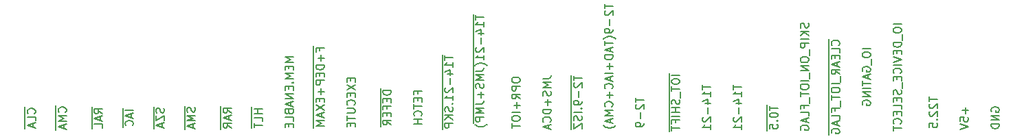
<source format=gbr>
G04 #@! TF.GenerationSoftware,KiCad,Pcbnew,(6.0.4-0)*
G04 #@! TF.CreationDate,2024-04-14T15:18:29+10:00*
G04 #@! TF.ProjectId,educ 8 decoder,65647563-2038-4206-9465-636f6465722e,rev?*
G04 #@! TF.SameCoordinates,Original*
G04 #@! TF.FileFunction,Legend,Bot*
G04 #@! TF.FilePolarity,Positive*
%FSLAX46Y46*%
G04 Gerber Fmt 4.6, Leading zero omitted, Abs format (unit mm)*
G04 Created by KiCad (PCBNEW (6.0.4-0)) date 2024-04-14 15:18:29*
%MOMM*%
%LPD*%
G01*
G04 APERTURE LIST*
%ADD10C,0.150000*%
G04 APERTURE END LIST*
D10*
X233602380Y-231950476D02*
X233602380Y-232521904D01*
X234602380Y-232236190D02*
X233602380Y-232236190D01*
X234602380Y-233379047D02*
X234602380Y-232807619D01*
X234602380Y-233093333D02*
X233602380Y-233093333D01*
X233745238Y-232998095D01*
X233840476Y-232902857D01*
X233888095Y-232807619D01*
X233935714Y-234236190D02*
X234602380Y-234236190D01*
X233554761Y-233998095D02*
X234269047Y-233760000D01*
X234269047Y-234379047D01*
X234221428Y-234760000D02*
X234221428Y-235521904D01*
X233697619Y-235950476D02*
X233650000Y-235998095D01*
X233602380Y-236093333D01*
X233602380Y-236331428D01*
X233650000Y-236426666D01*
X233697619Y-236474285D01*
X233792857Y-236521904D01*
X233888095Y-236521904D01*
X234030952Y-236474285D01*
X234602380Y-235902857D01*
X234602380Y-236521904D01*
X234602380Y-237474285D02*
X234602380Y-236902857D01*
X234602380Y-237188571D02*
X233602380Y-237188571D01*
X233745238Y-237093333D01*
X233840476Y-236998095D01*
X233888095Y-236902857D01*
X158390000Y-234863333D02*
X158390000Y-235339523D01*
X159672380Y-235101428D02*
X158672380Y-235101428D01*
X158390000Y-235339523D02*
X158390000Y-236196666D01*
X159386666Y-235530000D02*
X159386666Y-236006190D01*
X159672380Y-235434761D02*
X158672380Y-235768095D01*
X159672380Y-236101428D01*
X158390000Y-236196666D02*
X158390000Y-237196666D01*
X159577142Y-237006190D02*
X159624761Y-236958571D01*
X159672380Y-236815714D01*
X159672380Y-236720476D01*
X159624761Y-236577619D01*
X159529523Y-236482380D01*
X159434285Y-236434761D01*
X159243809Y-236387142D01*
X159100952Y-236387142D01*
X158910476Y-236434761D01*
X158815238Y-236482380D01*
X158720000Y-236577619D01*
X158672380Y-236720476D01*
X158672380Y-236815714D01*
X158720000Y-236958571D01*
X158767619Y-237006190D01*
X174265000Y-234720476D02*
X174265000Y-235768095D01*
X175547380Y-234958571D02*
X174547380Y-234958571D01*
X175023571Y-234958571D02*
X175023571Y-235530000D01*
X175547380Y-235530000D02*
X174547380Y-235530000D01*
X174265000Y-235768095D02*
X174265000Y-236577619D01*
X175547380Y-236482380D02*
X175547380Y-236006190D01*
X174547380Y-236006190D01*
X174265000Y-236577619D02*
X174265000Y-237339523D01*
X174547380Y-236672857D02*
X174547380Y-237244285D01*
X175547380Y-236958571D02*
X174547380Y-236958571D01*
X186453571Y-231125000D02*
X186453571Y-231458333D01*
X186977380Y-231601190D02*
X186977380Y-231125000D01*
X185977380Y-231125000D01*
X185977380Y-231601190D01*
X185977380Y-231934523D02*
X186977380Y-232601190D01*
X185977380Y-232601190D02*
X186977380Y-231934523D01*
X186453571Y-232982142D02*
X186453571Y-233315476D01*
X186977380Y-233458333D02*
X186977380Y-232982142D01*
X185977380Y-232982142D01*
X185977380Y-233458333D01*
X186882142Y-234458333D02*
X186929761Y-234410714D01*
X186977380Y-234267857D01*
X186977380Y-234172619D01*
X186929761Y-234029761D01*
X186834523Y-233934523D01*
X186739285Y-233886904D01*
X186548809Y-233839285D01*
X186405952Y-233839285D01*
X186215476Y-233886904D01*
X186120238Y-233934523D01*
X186025000Y-234029761D01*
X185977380Y-234172619D01*
X185977380Y-234267857D01*
X186025000Y-234410714D01*
X186072619Y-234458333D01*
X185977380Y-234886904D02*
X186786904Y-234886904D01*
X186882142Y-234934523D01*
X186929761Y-234982142D01*
X186977380Y-235077380D01*
X186977380Y-235267857D01*
X186929761Y-235363095D01*
X186882142Y-235410714D01*
X186786904Y-235458333D01*
X185977380Y-235458333D01*
X185977380Y-235791666D02*
X185977380Y-236363095D01*
X186977380Y-236077380D02*
X185977380Y-236077380D01*
X186453571Y-236696428D02*
X186453571Y-237029761D01*
X186977380Y-237172619D02*
X186977380Y-236696428D01*
X185977380Y-236696428D01*
X185977380Y-237172619D01*
X162200000Y-234649047D02*
X162200000Y-235601428D01*
X163434761Y-234839523D02*
X163482380Y-234982380D01*
X163482380Y-235220476D01*
X163434761Y-235315714D01*
X163387142Y-235363333D01*
X163291904Y-235410952D01*
X163196666Y-235410952D01*
X163101428Y-235363333D01*
X163053809Y-235315714D01*
X163006190Y-235220476D01*
X162958571Y-235030000D01*
X162910952Y-234934761D01*
X162863333Y-234887142D01*
X162768095Y-234839523D01*
X162672857Y-234839523D01*
X162577619Y-234887142D01*
X162530000Y-234934761D01*
X162482380Y-235030000D01*
X162482380Y-235268095D01*
X162530000Y-235410952D01*
X162200000Y-235601428D02*
X162200000Y-236553809D01*
X162482380Y-235744285D02*
X162482380Y-236410952D01*
X163482380Y-235744285D01*
X163482380Y-236410952D01*
X162200000Y-236553809D02*
X162200000Y-237410952D01*
X163196666Y-236744285D02*
X163196666Y-237220476D01*
X163482380Y-236649047D02*
X162482380Y-236982380D01*
X163482380Y-237315714D01*
X229792380Y-231950476D02*
X229792380Y-232521904D01*
X230792380Y-232236190D02*
X229792380Y-232236190D01*
X230792380Y-233379047D02*
X230792380Y-232807619D01*
X230792380Y-233093333D02*
X229792380Y-233093333D01*
X229935238Y-232998095D01*
X230030476Y-232902857D01*
X230078095Y-232807619D01*
X230125714Y-234236190D02*
X230792380Y-234236190D01*
X229744761Y-233998095D02*
X230459047Y-233760000D01*
X230459047Y-234379047D01*
X230411428Y-234760000D02*
X230411428Y-235521904D01*
X229887619Y-235950476D02*
X229840000Y-235998095D01*
X229792380Y-236093333D01*
X229792380Y-236331428D01*
X229840000Y-236426666D01*
X229887619Y-236474285D01*
X229982857Y-236521904D01*
X230078095Y-236521904D01*
X230220952Y-236474285D01*
X230792380Y-235902857D01*
X230792380Y-236521904D01*
X230792380Y-237474285D02*
X230792380Y-236902857D01*
X230792380Y-237188571D02*
X229792380Y-237188571D01*
X229935238Y-237093333D01*
X230030476Y-236998095D01*
X230078095Y-236902857D01*
X146325000Y-234696666D02*
X146325000Y-235696666D01*
X147512142Y-235506190D02*
X147559761Y-235458571D01*
X147607380Y-235315714D01*
X147607380Y-235220476D01*
X147559761Y-235077619D01*
X147464523Y-234982380D01*
X147369285Y-234934761D01*
X147178809Y-234887142D01*
X147035952Y-234887142D01*
X146845476Y-234934761D01*
X146750238Y-234982380D01*
X146655000Y-235077619D01*
X146607380Y-235220476D01*
X146607380Y-235315714D01*
X146655000Y-235458571D01*
X146702619Y-235506190D01*
X146325000Y-235696666D02*
X146325000Y-236506190D01*
X147607380Y-236410952D02*
X147607380Y-235934761D01*
X146607380Y-235934761D01*
X146325000Y-236506190D02*
X146325000Y-237363333D01*
X147321666Y-236696666D02*
X147321666Y-237172857D01*
X147607380Y-236601428D02*
X146607380Y-236934761D01*
X147607380Y-237268095D01*
X254287380Y-224426190D02*
X253287380Y-224426190D01*
X253287380Y-225092857D02*
X253287380Y-225283333D01*
X253335000Y-225378571D01*
X253430238Y-225473809D01*
X253620714Y-225521428D01*
X253954047Y-225521428D01*
X254144523Y-225473809D01*
X254239761Y-225378571D01*
X254287380Y-225283333D01*
X254287380Y-225092857D01*
X254239761Y-224997619D01*
X254144523Y-224902380D01*
X253954047Y-224854761D01*
X253620714Y-224854761D01*
X253430238Y-224902380D01*
X253335000Y-224997619D01*
X253287380Y-225092857D01*
X254382619Y-225711904D02*
X254382619Y-226473809D01*
X254287380Y-226711904D02*
X253287380Y-226711904D01*
X253287380Y-226950000D01*
X253335000Y-227092857D01*
X253430238Y-227188095D01*
X253525476Y-227235714D01*
X253715952Y-227283333D01*
X253858809Y-227283333D01*
X254049285Y-227235714D01*
X254144523Y-227188095D01*
X254239761Y-227092857D01*
X254287380Y-226950000D01*
X254287380Y-226711904D01*
X253763571Y-227711904D02*
X253763571Y-228045238D01*
X254287380Y-228188095D02*
X254287380Y-227711904D01*
X253287380Y-227711904D01*
X253287380Y-228188095D01*
X253287380Y-228473809D02*
X254287380Y-228807142D01*
X253287380Y-229140476D01*
X254287380Y-229473809D02*
X253287380Y-229473809D01*
X254192142Y-230521428D02*
X254239761Y-230473809D01*
X254287380Y-230330952D01*
X254287380Y-230235714D01*
X254239761Y-230092857D01*
X254144523Y-229997619D01*
X254049285Y-229950000D01*
X253858809Y-229902380D01*
X253715952Y-229902380D01*
X253525476Y-229950000D01*
X253430238Y-229997619D01*
X253335000Y-230092857D01*
X253287380Y-230235714D01*
X253287380Y-230330952D01*
X253335000Y-230473809D01*
X253382619Y-230521428D01*
X253763571Y-230950000D02*
X253763571Y-231283333D01*
X254287380Y-231426190D02*
X254287380Y-230950000D01*
X253287380Y-230950000D01*
X253287380Y-231426190D01*
X254382619Y-231616666D02*
X254382619Y-232378571D01*
X254239761Y-232569047D02*
X254287380Y-232711904D01*
X254287380Y-232950000D01*
X254239761Y-233045238D01*
X254192142Y-233092857D01*
X254096904Y-233140476D01*
X254001666Y-233140476D01*
X253906428Y-233092857D01*
X253858809Y-233045238D01*
X253811190Y-232950000D01*
X253763571Y-232759523D01*
X253715952Y-232664285D01*
X253668333Y-232616666D01*
X253573095Y-232569047D01*
X253477857Y-232569047D01*
X253382619Y-232616666D01*
X253335000Y-232664285D01*
X253287380Y-232759523D01*
X253287380Y-232997619D01*
X253335000Y-233140476D01*
X253763571Y-233569047D02*
X253763571Y-233902380D01*
X254287380Y-234045238D02*
X254287380Y-233569047D01*
X253287380Y-233569047D01*
X253287380Y-234045238D01*
X254287380Y-234950000D02*
X254287380Y-234473809D01*
X253287380Y-234473809D01*
X253763571Y-235283333D02*
X253763571Y-235616666D01*
X254287380Y-235759523D02*
X254287380Y-235283333D01*
X253287380Y-235283333D01*
X253287380Y-235759523D01*
X254192142Y-236759523D02*
X254239761Y-236711904D01*
X254287380Y-236569047D01*
X254287380Y-236473809D01*
X254239761Y-236330952D01*
X254144523Y-236235714D01*
X254049285Y-236188095D01*
X253858809Y-236140476D01*
X253715952Y-236140476D01*
X253525476Y-236188095D01*
X253430238Y-236235714D01*
X253335000Y-236330952D01*
X253287380Y-236473809D01*
X253287380Y-236569047D01*
X253335000Y-236711904D01*
X253382619Y-236759523D01*
X253287380Y-237045238D02*
X253287380Y-237616666D01*
X254287380Y-237330952D02*
X253287380Y-237330952D01*
X221537380Y-233537857D02*
X221537380Y-234109285D01*
X222537380Y-233823571D02*
X221537380Y-233823571D01*
X221632619Y-234395000D02*
X221585000Y-234442619D01*
X221537380Y-234537857D01*
X221537380Y-234775952D01*
X221585000Y-234871190D01*
X221632619Y-234918809D01*
X221727857Y-234966428D01*
X221823095Y-234966428D01*
X221965952Y-234918809D01*
X222537380Y-234347380D01*
X222537380Y-234966428D01*
X222156428Y-235395000D02*
X222156428Y-236156904D01*
X222537380Y-236680714D02*
X222537380Y-236871190D01*
X222489761Y-236966428D01*
X222442142Y-237014047D01*
X222299285Y-237109285D01*
X222108809Y-237156904D01*
X221727857Y-237156904D01*
X221632619Y-237109285D01*
X221585000Y-237061666D01*
X221537380Y-236966428D01*
X221537380Y-236775952D01*
X221585000Y-236680714D01*
X221632619Y-236633095D01*
X221727857Y-236585476D01*
X221965952Y-236585476D01*
X222061190Y-236633095D01*
X222108809Y-236680714D01*
X222156428Y-236775952D01*
X222156428Y-236966428D01*
X222108809Y-237061666D01*
X222061190Y-237109285D01*
X221965952Y-237156904D01*
X210107380Y-231172619D02*
X210821666Y-231172619D01*
X210964523Y-231125000D01*
X211059761Y-231029761D01*
X211107380Y-230886904D01*
X211107380Y-230791666D01*
X211107380Y-231648809D02*
X210107380Y-231648809D01*
X210821666Y-231982142D01*
X210107380Y-232315476D01*
X211107380Y-232315476D01*
X211059761Y-232744047D02*
X211107380Y-232886904D01*
X211107380Y-233125000D01*
X211059761Y-233220238D01*
X211012142Y-233267857D01*
X210916904Y-233315476D01*
X210821666Y-233315476D01*
X210726428Y-233267857D01*
X210678809Y-233220238D01*
X210631190Y-233125000D01*
X210583571Y-232934523D01*
X210535952Y-232839285D01*
X210488333Y-232791666D01*
X210393095Y-232744047D01*
X210297857Y-232744047D01*
X210202619Y-232791666D01*
X210155000Y-232839285D01*
X210107380Y-232934523D01*
X210107380Y-233172619D01*
X210155000Y-233315476D01*
X210726428Y-233744047D02*
X210726428Y-234505952D01*
X211107380Y-234125000D02*
X210345476Y-234125000D01*
X211107380Y-234982142D02*
X210107380Y-234982142D01*
X210107380Y-235220238D01*
X210155000Y-235363095D01*
X210250238Y-235458333D01*
X210345476Y-235505952D01*
X210535952Y-235553571D01*
X210678809Y-235553571D01*
X210869285Y-235505952D01*
X210964523Y-235458333D01*
X211059761Y-235363095D01*
X211107380Y-235220238D01*
X211107380Y-234982142D01*
X211012142Y-236553571D02*
X211059761Y-236505952D01*
X211107380Y-236363095D01*
X211107380Y-236267857D01*
X211059761Y-236125000D01*
X210964523Y-236029761D01*
X210869285Y-235982142D01*
X210678809Y-235934523D01*
X210535952Y-235934523D01*
X210345476Y-235982142D01*
X210250238Y-236029761D01*
X210155000Y-236125000D01*
X210107380Y-236267857D01*
X210107380Y-236363095D01*
X210155000Y-236505952D01*
X210202619Y-236553571D01*
X210821666Y-236934523D02*
X210821666Y-237410714D01*
X211107380Y-236839285D02*
X210107380Y-237172619D01*
X211107380Y-237505952D01*
X250477380Y-227473809D02*
X249477380Y-227473809D01*
X249477380Y-228140476D02*
X249477380Y-228330952D01*
X249525000Y-228426190D01*
X249620238Y-228521428D01*
X249810714Y-228569047D01*
X250144047Y-228569047D01*
X250334523Y-228521428D01*
X250429761Y-228426190D01*
X250477380Y-228330952D01*
X250477380Y-228140476D01*
X250429761Y-228045238D01*
X250334523Y-227950000D01*
X250144047Y-227902380D01*
X249810714Y-227902380D01*
X249620238Y-227950000D01*
X249525000Y-228045238D01*
X249477380Y-228140476D01*
X250572619Y-228759523D02*
X250572619Y-229521428D01*
X249525000Y-230283333D02*
X249477380Y-230188095D01*
X249477380Y-230045238D01*
X249525000Y-229902380D01*
X249620238Y-229807142D01*
X249715476Y-229759523D01*
X249905952Y-229711904D01*
X250048809Y-229711904D01*
X250239285Y-229759523D01*
X250334523Y-229807142D01*
X250429761Y-229902380D01*
X250477380Y-230045238D01*
X250477380Y-230140476D01*
X250429761Y-230283333D01*
X250382142Y-230330952D01*
X250048809Y-230330952D01*
X250048809Y-230140476D01*
X250191666Y-230711904D02*
X250191666Y-231188095D01*
X250477380Y-230616666D02*
X249477380Y-230950000D01*
X250477380Y-231283333D01*
X249477380Y-231473809D02*
X249477380Y-232045238D01*
X250477380Y-231759523D02*
X249477380Y-231759523D01*
X250477380Y-232378571D02*
X249477380Y-232378571D01*
X250477380Y-232854761D02*
X249477380Y-232854761D01*
X250477380Y-233426190D01*
X249477380Y-233426190D01*
X249525000Y-234426190D02*
X249477380Y-234330952D01*
X249477380Y-234188095D01*
X249525000Y-234045238D01*
X249620238Y-233950000D01*
X249715476Y-233902380D01*
X249905952Y-233854761D01*
X250048809Y-233854761D01*
X250239285Y-233902380D01*
X250334523Y-233950000D01*
X250429761Y-234045238D01*
X250477380Y-234188095D01*
X250477380Y-234283333D01*
X250429761Y-234426190D01*
X250382142Y-234473809D01*
X250048809Y-234473809D01*
X250048809Y-234283333D01*
X179357380Y-228497857D02*
X178357380Y-228497857D01*
X179071666Y-228831190D01*
X178357380Y-229164523D01*
X179357380Y-229164523D01*
X178833571Y-229640714D02*
X178833571Y-229974047D01*
X179357380Y-230116904D02*
X179357380Y-229640714D01*
X178357380Y-229640714D01*
X178357380Y-230116904D01*
X179357380Y-230545476D02*
X178357380Y-230545476D01*
X179071666Y-230878809D01*
X178357380Y-231212142D01*
X179357380Y-231212142D01*
X179262142Y-231688333D02*
X179309761Y-231735952D01*
X179357380Y-231688333D01*
X179309761Y-231640714D01*
X179262142Y-231688333D01*
X179357380Y-231688333D01*
X178833571Y-232164523D02*
X178833571Y-232497857D01*
X179357380Y-232640714D02*
X179357380Y-232164523D01*
X178357380Y-232164523D01*
X178357380Y-232640714D01*
X179357380Y-233069285D02*
X178357380Y-233069285D01*
X179357380Y-233640714D01*
X178357380Y-233640714D01*
X179071666Y-234069285D02*
X179071666Y-234545476D01*
X179357380Y-233974047D02*
X178357380Y-234307380D01*
X179357380Y-234640714D01*
X178833571Y-235307380D02*
X178881190Y-235450238D01*
X178928809Y-235497857D01*
X179024047Y-235545476D01*
X179166904Y-235545476D01*
X179262142Y-235497857D01*
X179309761Y-235450238D01*
X179357380Y-235355000D01*
X179357380Y-234974047D01*
X178357380Y-234974047D01*
X178357380Y-235307380D01*
X178405000Y-235402619D01*
X178452619Y-235450238D01*
X178547857Y-235497857D01*
X178643095Y-235497857D01*
X178738333Y-235450238D01*
X178785952Y-235402619D01*
X178833571Y-235307380D01*
X178833571Y-234974047D01*
X179357380Y-236450238D02*
X179357380Y-235974047D01*
X178357380Y-235974047D01*
X178833571Y-236783571D02*
X178833571Y-237116904D01*
X179357380Y-237259761D02*
X179357380Y-236783571D01*
X178357380Y-236783571D01*
X178357380Y-237259761D01*
X257732380Y-233442619D02*
X257732380Y-234014047D01*
X258732380Y-233728333D02*
X257732380Y-233728333D01*
X257827619Y-234299761D02*
X257780000Y-234347380D01*
X257732380Y-234442619D01*
X257732380Y-234680714D01*
X257780000Y-234775952D01*
X257827619Y-234823571D01*
X257922857Y-234871190D01*
X258018095Y-234871190D01*
X258160952Y-234823571D01*
X258732380Y-234252142D01*
X258732380Y-234871190D01*
X257827619Y-235252142D02*
X257780000Y-235299761D01*
X257732380Y-235395000D01*
X257732380Y-235633095D01*
X257780000Y-235728333D01*
X257827619Y-235775952D01*
X257922857Y-235823571D01*
X258018095Y-235823571D01*
X258160952Y-235775952D01*
X258732380Y-235204523D01*
X258732380Y-235823571D01*
X258637142Y-236252142D02*
X258684761Y-236299761D01*
X258732380Y-236252142D01*
X258684761Y-236204523D01*
X258637142Y-236252142D01*
X258732380Y-236252142D01*
X257732380Y-237204523D02*
X257732380Y-236728333D01*
X258208571Y-236680714D01*
X258160952Y-236728333D01*
X258113333Y-236823571D01*
X258113333Y-237061666D01*
X258160952Y-237156904D01*
X258208571Y-237204523D01*
X258303809Y-237252142D01*
X258541904Y-237252142D01*
X258637142Y-237204523D01*
X258684761Y-237156904D01*
X258732380Y-237061666D01*
X258732380Y-236823571D01*
X258684761Y-236728333D01*
X258637142Y-236680714D01*
X166010000Y-234553809D02*
X166010000Y-235506190D01*
X167244761Y-234744285D02*
X167292380Y-234887142D01*
X167292380Y-235125238D01*
X167244761Y-235220476D01*
X167197142Y-235268095D01*
X167101904Y-235315714D01*
X167006666Y-235315714D01*
X166911428Y-235268095D01*
X166863809Y-235220476D01*
X166816190Y-235125238D01*
X166768571Y-234934761D01*
X166720952Y-234839523D01*
X166673333Y-234791904D01*
X166578095Y-234744285D01*
X166482857Y-234744285D01*
X166387619Y-234791904D01*
X166340000Y-234839523D01*
X166292380Y-234934761D01*
X166292380Y-235172857D01*
X166340000Y-235315714D01*
X166010000Y-235506190D02*
X166010000Y-236649047D01*
X167292380Y-235744285D02*
X166292380Y-235744285D01*
X167006666Y-236077619D01*
X166292380Y-236410952D01*
X167292380Y-236410952D01*
X166010000Y-236649047D02*
X166010000Y-237506190D01*
X167006666Y-236839523D02*
X167006666Y-237315714D01*
X167292380Y-236744285D02*
X166292380Y-237077619D01*
X167292380Y-237410952D01*
X213635000Y-230744047D02*
X213635000Y-231505952D01*
X213917380Y-230839285D02*
X213917380Y-231410714D01*
X214917380Y-231125000D02*
X213917380Y-231125000D01*
X213635000Y-231505952D02*
X213635000Y-232458333D01*
X214012619Y-231696428D02*
X213965000Y-231744047D01*
X213917380Y-231839285D01*
X213917380Y-232077380D01*
X213965000Y-232172619D01*
X214012619Y-232220238D01*
X214107857Y-232267857D01*
X214203095Y-232267857D01*
X214345952Y-232220238D01*
X214917380Y-231648809D01*
X214917380Y-232267857D01*
X213635000Y-232458333D02*
X213635000Y-233696428D01*
X214536428Y-232696428D02*
X214536428Y-233458333D01*
X213635000Y-233696428D02*
X213635000Y-234648809D01*
X214917380Y-233982142D02*
X214917380Y-234172619D01*
X214869761Y-234267857D01*
X214822142Y-234315476D01*
X214679285Y-234410714D01*
X214488809Y-234458333D01*
X214107857Y-234458333D01*
X214012619Y-234410714D01*
X213965000Y-234363095D01*
X213917380Y-234267857D01*
X213917380Y-234077380D01*
X213965000Y-233982142D01*
X214012619Y-233934523D01*
X214107857Y-233886904D01*
X214345952Y-233886904D01*
X214441190Y-233934523D01*
X214488809Y-233982142D01*
X214536428Y-234077380D01*
X214536428Y-234267857D01*
X214488809Y-234363095D01*
X214441190Y-234410714D01*
X214345952Y-234458333D01*
X213635000Y-234648809D02*
X213635000Y-235125000D01*
X214822142Y-234886904D02*
X214869761Y-234934523D01*
X214917380Y-234886904D01*
X214869761Y-234839285D01*
X214822142Y-234886904D01*
X214917380Y-234886904D01*
X213635000Y-235125000D02*
X213635000Y-235601190D01*
X214917380Y-235363095D02*
X213917380Y-235363095D01*
X213635000Y-235601190D02*
X213635000Y-236553571D01*
X214869761Y-235791666D02*
X214917380Y-235934523D01*
X214917380Y-236172619D01*
X214869761Y-236267857D01*
X214822142Y-236315476D01*
X214726904Y-236363095D01*
X214631666Y-236363095D01*
X214536428Y-236315476D01*
X214488809Y-236267857D01*
X214441190Y-236172619D01*
X214393571Y-235982142D01*
X214345952Y-235886904D01*
X214298333Y-235839285D01*
X214203095Y-235791666D01*
X214107857Y-235791666D01*
X214012619Y-235839285D01*
X213965000Y-235886904D01*
X213917380Y-235982142D01*
X213917380Y-236220238D01*
X213965000Y-236363095D01*
X213635000Y-236553571D02*
X213635000Y-237505952D01*
X213917380Y-236696428D02*
X213917380Y-237363095D01*
X214917380Y-236696428D01*
X214917380Y-237363095D01*
X150135000Y-234530000D02*
X150135000Y-235530000D01*
X151322142Y-235339523D02*
X151369761Y-235291904D01*
X151417380Y-235149047D01*
X151417380Y-235053809D01*
X151369761Y-234910952D01*
X151274523Y-234815714D01*
X151179285Y-234768095D01*
X150988809Y-234720476D01*
X150845952Y-234720476D01*
X150655476Y-234768095D01*
X150560238Y-234815714D01*
X150465000Y-234910952D01*
X150417380Y-235053809D01*
X150417380Y-235149047D01*
X150465000Y-235291904D01*
X150512619Y-235339523D01*
X150135000Y-235530000D02*
X150135000Y-236672857D01*
X151417380Y-235768095D02*
X150417380Y-235768095D01*
X151131666Y-236101428D01*
X150417380Y-236434761D01*
X151417380Y-236434761D01*
X150135000Y-236672857D02*
X150135000Y-237530000D01*
X151131666Y-236863333D02*
X151131666Y-237339523D01*
X151417380Y-236768095D02*
X150417380Y-237101428D01*
X151417380Y-237434761D01*
X262161428Y-234744285D02*
X262161428Y-235506190D01*
X262542380Y-235125238D02*
X261780476Y-235125238D01*
X261542380Y-236458571D02*
X261542380Y-235982380D01*
X262018571Y-235934761D01*
X261970952Y-235982380D01*
X261923333Y-236077619D01*
X261923333Y-236315714D01*
X261970952Y-236410952D01*
X262018571Y-236458571D01*
X262113809Y-236506190D01*
X262351904Y-236506190D01*
X262447142Y-236458571D01*
X262494761Y-236410952D01*
X262542380Y-236315714D01*
X262542380Y-236077619D01*
X262494761Y-235982380D01*
X262447142Y-235934761D01*
X261542380Y-236791904D02*
X262542380Y-237125238D01*
X261542380Y-237458571D01*
X181885000Y-227172380D02*
X181885000Y-228029523D01*
X182643571Y-227743809D02*
X182643571Y-227410476D01*
X183167380Y-227410476D02*
X182167380Y-227410476D01*
X182167380Y-227886666D01*
X181885000Y-228029523D02*
X181885000Y-229267619D01*
X182786428Y-228267619D02*
X182786428Y-229029523D01*
X183167380Y-228648571D02*
X182405476Y-228648571D01*
X181885000Y-229267619D02*
X181885000Y-230267619D01*
X183167380Y-229505714D02*
X182167380Y-229505714D01*
X182167380Y-229743809D01*
X182215000Y-229886666D01*
X182310238Y-229981904D01*
X182405476Y-230029523D01*
X182595952Y-230077142D01*
X182738809Y-230077142D01*
X182929285Y-230029523D01*
X183024523Y-229981904D01*
X183119761Y-229886666D01*
X183167380Y-229743809D01*
X183167380Y-229505714D01*
X181885000Y-230267619D02*
X181885000Y-231172380D01*
X182643571Y-230505714D02*
X182643571Y-230839047D01*
X183167380Y-230981904D02*
X183167380Y-230505714D01*
X182167380Y-230505714D01*
X182167380Y-230981904D01*
X181885000Y-231172380D02*
X181885000Y-232172380D01*
X183167380Y-231410476D02*
X182167380Y-231410476D01*
X182167380Y-231791428D01*
X182215000Y-231886666D01*
X182262619Y-231934285D01*
X182357857Y-231981904D01*
X182500714Y-231981904D01*
X182595952Y-231934285D01*
X182643571Y-231886666D01*
X182691190Y-231791428D01*
X182691190Y-231410476D01*
X181885000Y-232172380D02*
X181885000Y-233410476D01*
X182786428Y-232410476D02*
X182786428Y-233172380D01*
X183167380Y-232791428D02*
X182405476Y-232791428D01*
X181885000Y-233410476D02*
X181885000Y-234315238D01*
X182643571Y-233648571D02*
X182643571Y-233981904D01*
X183167380Y-234124761D02*
X183167380Y-233648571D01*
X182167380Y-233648571D01*
X182167380Y-234124761D01*
X181885000Y-234315238D02*
X181885000Y-235267619D01*
X182167380Y-234458095D02*
X183167380Y-235124761D01*
X182167380Y-235124761D02*
X183167380Y-234458095D01*
X181885000Y-235267619D02*
X181885000Y-236124761D01*
X182881666Y-235458095D02*
X182881666Y-235934285D01*
X183167380Y-235362857D02*
X182167380Y-235696190D01*
X183167380Y-236029523D01*
X181885000Y-236124761D02*
X181885000Y-237267619D01*
X183167380Y-236362857D02*
X182167380Y-236362857D01*
X182881666Y-236696190D01*
X182167380Y-237029523D01*
X183167380Y-237029523D01*
X170455000Y-234601428D02*
X170455000Y-235601428D01*
X171737380Y-235410952D02*
X171261190Y-235077619D01*
X171737380Y-234839523D02*
X170737380Y-234839523D01*
X170737380Y-235220476D01*
X170785000Y-235315714D01*
X170832619Y-235363333D01*
X170927857Y-235410952D01*
X171070714Y-235410952D01*
X171165952Y-235363333D01*
X171213571Y-235315714D01*
X171261190Y-235220476D01*
X171261190Y-234839523D01*
X170455000Y-235601428D02*
X170455000Y-236458571D01*
X171451666Y-235791904D02*
X171451666Y-236268095D01*
X171737380Y-235696666D02*
X170737380Y-236030000D01*
X171737380Y-236363333D01*
X170455000Y-236458571D02*
X170455000Y-237458571D01*
X171737380Y-237268095D02*
X171261190Y-236934761D01*
X171737380Y-236696666D02*
X170737380Y-236696666D01*
X170737380Y-237077619D01*
X170785000Y-237172857D01*
X170832619Y-237220476D01*
X170927857Y-237268095D01*
X171070714Y-237268095D01*
X171165952Y-237220476D01*
X171213571Y-237172857D01*
X171261190Y-237077619D01*
X171261190Y-236696666D01*
X154580000Y-234696666D02*
X154580000Y-235696666D01*
X155862380Y-235506190D02*
X155386190Y-235172857D01*
X155862380Y-234934761D02*
X154862380Y-234934761D01*
X154862380Y-235315714D01*
X154910000Y-235410952D01*
X154957619Y-235458571D01*
X155052857Y-235506190D01*
X155195714Y-235506190D01*
X155290952Y-235458571D01*
X155338571Y-235410952D01*
X155386190Y-235315714D01*
X155386190Y-234934761D01*
X154580000Y-235696666D02*
X154580000Y-236553809D01*
X155576666Y-235887142D02*
X155576666Y-236363333D01*
X155862380Y-235791904D02*
X154862380Y-236125238D01*
X155862380Y-236458571D01*
X154580000Y-236553809D02*
X154580000Y-237363333D01*
X155862380Y-237268095D02*
X155862380Y-236791904D01*
X154862380Y-236791904D01*
X245385000Y-226267619D02*
X245385000Y-227267619D01*
X246572142Y-227077142D02*
X246619761Y-227029523D01*
X246667380Y-226886666D01*
X246667380Y-226791428D01*
X246619761Y-226648571D01*
X246524523Y-226553333D01*
X246429285Y-226505714D01*
X246238809Y-226458095D01*
X246095952Y-226458095D01*
X245905476Y-226505714D01*
X245810238Y-226553333D01*
X245715000Y-226648571D01*
X245667380Y-226791428D01*
X245667380Y-226886666D01*
X245715000Y-227029523D01*
X245762619Y-227077142D01*
X245385000Y-227267619D02*
X245385000Y-228077142D01*
X246667380Y-227981904D02*
X246667380Y-227505714D01*
X245667380Y-227505714D01*
X245385000Y-228077142D02*
X245385000Y-228981904D01*
X246143571Y-228315238D02*
X246143571Y-228648571D01*
X246667380Y-228791428D02*
X246667380Y-228315238D01*
X245667380Y-228315238D01*
X245667380Y-228791428D01*
X245385000Y-228981904D02*
X245385000Y-229839047D01*
X246381666Y-229172380D02*
X246381666Y-229648571D01*
X246667380Y-229077142D02*
X245667380Y-229410476D01*
X246667380Y-229743809D01*
X245385000Y-229839047D02*
X245385000Y-230839047D01*
X246667380Y-230648571D02*
X246191190Y-230315238D01*
X246667380Y-230077142D02*
X245667380Y-230077142D01*
X245667380Y-230458095D01*
X245715000Y-230553333D01*
X245762619Y-230600952D01*
X245857857Y-230648571D01*
X246000714Y-230648571D01*
X246095952Y-230600952D01*
X246143571Y-230553333D01*
X246191190Y-230458095D01*
X246191190Y-230077142D01*
X245385000Y-230839047D02*
X245385000Y-231600952D01*
X246762619Y-230839047D02*
X246762619Y-231600952D01*
X245385000Y-231600952D02*
X245385000Y-232077142D01*
X246667380Y-231839047D02*
X245667380Y-231839047D01*
X245385000Y-232077142D02*
X245385000Y-233124761D01*
X245667380Y-232505714D02*
X245667380Y-232696190D01*
X245715000Y-232791428D01*
X245810238Y-232886666D01*
X246000714Y-232934285D01*
X246334047Y-232934285D01*
X246524523Y-232886666D01*
X246619761Y-232791428D01*
X246667380Y-232696190D01*
X246667380Y-232505714D01*
X246619761Y-232410476D01*
X246524523Y-232315238D01*
X246334047Y-232267619D01*
X246000714Y-232267619D01*
X245810238Y-232315238D01*
X245715000Y-232410476D01*
X245667380Y-232505714D01*
X245385000Y-233124761D02*
X245385000Y-233886666D01*
X245667380Y-233220000D02*
X245667380Y-233791428D01*
X246667380Y-233505714D02*
X245667380Y-233505714D01*
X245385000Y-233886666D02*
X245385000Y-234648571D01*
X246762619Y-233886666D02*
X246762619Y-234648571D01*
X245385000Y-234648571D02*
X245385000Y-235505714D01*
X246143571Y-235220000D02*
X246143571Y-234886666D01*
X246667380Y-234886666D02*
X245667380Y-234886666D01*
X245667380Y-235362857D01*
X245385000Y-235505714D02*
X245385000Y-236315238D01*
X246667380Y-236220000D02*
X246667380Y-235743809D01*
X245667380Y-235743809D01*
X245385000Y-236315238D02*
X245385000Y-237172380D01*
X246381666Y-236505714D02*
X246381666Y-236981904D01*
X246667380Y-236410476D02*
X245667380Y-236743809D01*
X246667380Y-237077142D01*
X245385000Y-237172380D02*
X245385000Y-238172380D01*
X245715000Y-237934285D02*
X245667380Y-237839047D01*
X245667380Y-237696190D01*
X245715000Y-237553333D01*
X245810238Y-237458095D01*
X245905476Y-237410476D01*
X246095952Y-237362857D01*
X246238809Y-237362857D01*
X246429285Y-237410476D01*
X246524523Y-237458095D01*
X246619761Y-237553333D01*
X246667380Y-237696190D01*
X246667380Y-237791428D01*
X246619761Y-237934285D01*
X246572142Y-237981904D01*
X246238809Y-237981904D01*
X246238809Y-237791428D01*
X194708571Y-233045714D02*
X194708571Y-232712380D01*
X195232380Y-232712380D02*
X194232380Y-232712380D01*
X194232380Y-233188571D01*
X194708571Y-233569523D02*
X194708571Y-233902857D01*
X195232380Y-234045714D02*
X195232380Y-233569523D01*
X194232380Y-233569523D01*
X194232380Y-234045714D01*
X194232380Y-234331428D02*
X194232380Y-234902857D01*
X195232380Y-234617142D02*
X194232380Y-234617142D01*
X195137142Y-235807619D02*
X195184761Y-235760000D01*
X195232380Y-235617142D01*
X195232380Y-235521904D01*
X195184761Y-235379047D01*
X195089523Y-235283809D01*
X194994285Y-235236190D01*
X194803809Y-235188571D01*
X194660952Y-235188571D01*
X194470476Y-235236190D01*
X194375238Y-235283809D01*
X194280000Y-235379047D01*
X194232380Y-235521904D01*
X194232380Y-235617142D01*
X194280000Y-235760000D01*
X194327619Y-235807619D01*
X195232380Y-236236190D02*
X194232380Y-236236190D01*
X194708571Y-236236190D02*
X194708571Y-236807619D01*
X195232380Y-236807619D02*
X194232380Y-236807619D01*
X265400000Y-235268095D02*
X265352380Y-235172857D01*
X265352380Y-235030000D01*
X265400000Y-234887142D01*
X265495238Y-234791904D01*
X265590476Y-234744285D01*
X265780952Y-234696666D01*
X265923809Y-234696666D01*
X266114285Y-234744285D01*
X266209523Y-234791904D01*
X266304761Y-234887142D01*
X266352380Y-235030000D01*
X266352380Y-235125238D01*
X266304761Y-235268095D01*
X266257142Y-235315714D01*
X265923809Y-235315714D01*
X265923809Y-235125238D01*
X266352380Y-235744285D02*
X265352380Y-235744285D01*
X266352380Y-236315714D01*
X265352380Y-236315714D01*
X266352380Y-236791904D02*
X265352380Y-236791904D01*
X265352380Y-237030000D01*
X265400000Y-237172857D01*
X265495238Y-237268095D01*
X265590476Y-237315714D01*
X265780952Y-237363333D01*
X265923809Y-237363333D01*
X266114285Y-237315714D01*
X266209523Y-237268095D01*
X266304761Y-237172857D01*
X266352380Y-237030000D01*
X266352380Y-236791904D01*
X201570000Y-223243571D02*
X201570000Y-224005476D01*
X201852380Y-223338809D02*
X201852380Y-223910238D01*
X202852380Y-223624523D02*
X201852380Y-223624523D01*
X201570000Y-224005476D02*
X201570000Y-224957857D01*
X202852380Y-224767380D02*
X202852380Y-224195952D01*
X202852380Y-224481666D02*
X201852380Y-224481666D01*
X201995238Y-224386428D01*
X202090476Y-224291190D01*
X202138095Y-224195952D01*
X201570000Y-224957857D02*
X201570000Y-225910238D01*
X202185714Y-225624523D02*
X202852380Y-225624523D01*
X201804761Y-225386428D02*
X202519047Y-225148333D01*
X202519047Y-225767380D01*
X201570000Y-225910238D02*
X201570000Y-227148333D01*
X202471428Y-226148333D02*
X202471428Y-226910238D01*
X201570000Y-227148333D02*
X201570000Y-228100714D01*
X201947619Y-227338809D02*
X201900000Y-227386428D01*
X201852380Y-227481666D01*
X201852380Y-227719761D01*
X201900000Y-227815000D01*
X201947619Y-227862619D01*
X202042857Y-227910238D01*
X202138095Y-227910238D01*
X202280952Y-227862619D01*
X202852380Y-227291190D01*
X202852380Y-227910238D01*
X201570000Y-228100714D02*
X201570000Y-229053095D01*
X202852380Y-228862619D02*
X202852380Y-228291190D01*
X202852380Y-228576904D02*
X201852380Y-228576904D01*
X201995238Y-228481666D01*
X202090476Y-228386428D01*
X202138095Y-228291190D01*
X201570000Y-229053095D02*
X201570000Y-229719761D01*
X203233333Y-229576904D02*
X203185714Y-229529285D01*
X203042857Y-229434047D01*
X202947619Y-229386428D01*
X202804761Y-229338809D01*
X202566666Y-229291190D01*
X202376190Y-229291190D01*
X202138095Y-229338809D01*
X201995238Y-229386428D01*
X201900000Y-229434047D01*
X201757142Y-229529285D01*
X201709523Y-229576904D01*
X201570000Y-229719761D02*
X201570000Y-230481666D01*
X201852380Y-230243571D02*
X202566666Y-230243571D01*
X202709523Y-230195952D01*
X202804761Y-230100714D01*
X202852380Y-229957857D01*
X202852380Y-229862619D01*
X201570000Y-230481666D02*
X201570000Y-231624523D01*
X202852380Y-230719761D02*
X201852380Y-230719761D01*
X202566666Y-231053095D01*
X201852380Y-231386428D01*
X202852380Y-231386428D01*
X201570000Y-231624523D02*
X201570000Y-232576904D01*
X202804761Y-231815000D02*
X202852380Y-231957857D01*
X202852380Y-232195952D01*
X202804761Y-232291190D01*
X202757142Y-232338809D01*
X202661904Y-232386428D01*
X202566666Y-232386428D01*
X202471428Y-232338809D01*
X202423809Y-232291190D01*
X202376190Y-232195952D01*
X202328571Y-232005476D01*
X202280952Y-231910238D01*
X202233333Y-231862619D01*
X202138095Y-231815000D01*
X202042857Y-231815000D01*
X201947619Y-231862619D01*
X201900000Y-231910238D01*
X201852380Y-232005476D01*
X201852380Y-232243571D01*
X201900000Y-232386428D01*
X201570000Y-232576904D02*
X201570000Y-233815000D01*
X202471428Y-232815000D02*
X202471428Y-233576904D01*
X202852380Y-233195952D02*
X202090476Y-233195952D01*
X201570000Y-233815000D02*
X201570000Y-234576904D01*
X201852380Y-234338809D02*
X202566666Y-234338809D01*
X202709523Y-234291190D01*
X202804761Y-234195952D01*
X202852380Y-234053095D01*
X202852380Y-233957857D01*
X201570000Y-234576904D02*
X201570000Y-235719761D01*
X202852380Y-234815000D02*
X201852380Y-234815000D01*
X202566666Y-235148333D01*
X201852380Y-235481666D01*
X202852380Y-235481666D01*
X201570000Y-235719761D02*
X201570000Y-236719761D01*
X202852380Y-235957857D02*
X201852380Y-235957857D01*
X201852380Y-236338809D01*
X201900000Y-236434047D01*
X201947619Y-236481666D01*
X202042857Y-236529285D01*
X202185714Y-236529285D01*
X202280952Y-236481666D01*
X202328571Y-236434047D01*
X202376190Y-236338809D01*
X202376190Y-235957857D01*
X203233333Y-236862619D02*
X203185714Y-236910238D01*
X203042857Y-237005476D01*
X202947619Y-237053095D01*
X202804761Y-237100714D01*
X202566666Y-237148333D01*
X202376190Y-237148333D01*
X202138095Y-237100714D01*
X201995238Y-237053095D01*
X201900000Y-237005476D01*
X201757142Y-236910238D01*
X201709523Y-236862619D01*
X242809761Y-224330952D02*
X242857380Y-224473809D01*
X242857380Y-224711904D01*
X242809761Y-224807142D01*
X242762142Y-224854761D01*
X242666904Y-224902380D01*
X242571666Y-224902380D01*
X242476428Y-224854761D01*
X242428809Y-224807142D01*
X242381190Y-224711904D01*
X242333571Y-224521428D01*
X242285952Y-224426190D01*
X242238333Y-224378571D01*
X242143095Y-224330952D01*
X242047857Y-224330952D01*
X241952619Y-224378571D01*
X241905000Y-224426190D01*
X241857380Y-224521428D01*
X241857380Y-224759523D01*
X241905000Y-224902380D01*
X242857380Y-225330952D02*
X241857380Y-225330952D01*
X242857380Y-225902380D02*
X242285952Y-225473809D01*
X241857380Y-225902380D02*
X242428809Y-225330952D01*
X242857380Y-226330952D02*
X241857380Y-226330952D01*
X242857380Y-226807142D02*
X241857380Y-226807142D01*
X241857380Y-227188095D01*
X241905000Y-227283333D01*
X241952619Y-227330952D01*
X242047857Y-227378571D01*
X242190714Y-227378571D01*
X242285952Y-227330952D01*
X242333571Y-227283333D01*
X242381190Y-227188095D01*
X242381190Y-226807142D01*
X242952619Y-227569047D02*
X242952619Y-228330952D01*
X241857380Y-228759523D02*
X241857380Y-228950000D01*
X241905000Y-229045238D01*
X242000238Y-229140476D01*
X242190714Y-229188095D01*
X242524047Y-229188095D01*
X242714523Y-229140476D01*
X242809761Y-229045238D01*
X242857380Y-228950000D01*
X242857380Y-228759523D01*
X242809761Y-228664285D01*
X242714523Y-228569047D01*
X242524047Y-228521428D01*
X242190714Y-228521428D01*
X242000238Y-228569047D01*
X241905000Y-228664285D01*
X241857380Y-228759523D01*
X242857380Y-229616666D02*
X241857380Y-229616666D01*
X242857380Y-230188095D01*
X241857380Y-230188095D01*
X242952619Y-230426190D02*
X242952619Y-231188095D01*
X242857380Y-231426190D02*
X241857380Y-231426190D01*
X241857380Y-232092857D02*
X241857380Y-232283333D01*
X241905000Y-232378571D01*
X242000238Y-232473809D01*
X242190714Y-232521428D01*
X242524047Y-232521428D01*
X242714523Y-232473809D01*
X242809761Y-232378571D01*
X242857380Y-232283333D01*
X242857380Y-232092857D01*
X242809761Y-231997619D01*
X242714523Y-231902380D01*
X242524047Y-231854761D01*
X242190714Y-231854761D01*
X242000238Y-231902380D01*
X241905000Y-231997619D01*
X241857380Y-232092857D01*
X241857380Y-232807142D02*
X241857380Y-233378571D01*
X242857380Y-233092857D02*
X241857380Y-233092857D01*
X242952619Y-233473809D02*
X242952619Y-234235714D01*
X242333571Y-234807142D02*
X242333571Y-234473809D01*
X242857380Y-234473809D02*
X241857380Y-234473809D01*
X241857380Y-234950000D01*
X242857380Y-235807142D02*
X242857380Y-235330952D01*
X241857380Y-235330952D01*
X242571666Y-236092857D02*
X242571666Y-236569047D01*
X242857380Y-235997619D02*
X241857380Y-236330952D01*
X242857380Y-236664285D01*
X241905000Y-237521428D02*
X241857380Y-237426190D01*
X241857380Y-237283333D01*
X241905000Y-237140476D01*
X242000238Y-237045238D01*
X242095476Y-236997619D01*
X242285952Y-236950000D01*
X242428809Y-236950000D01*
X242619285Y-236997619D01*
X242714523Y-237045238D01*
X242809761Y-237140476D01*
X242857380Y-237283333D01*
X242857380Y-237378571D01*
X242809761Y-237521428D01*
X242762142Y-237569047D01*
X242428809Y-237569047D01*
X242428809Y-237378571D01*
X225700000Y-230553571D02*
X225700000Y-231029761D01*
X226982380Y-230791666D02*
X225982380Y-230791666D01*
X225700000Y-231029761D02*
X225700000Y-232077380D01*
X225982380Y-231458333D02*
X225982380Y-231648809D01*
X226030000Y-231744047D01*
X226125238Y-231839285D01*
X226315714Y-231886904D01*
X226649047Y-231886904D01*
X226839523Y-231839285D01*
X226934761Y-231744047D01*
X226982380Y-231648809D01*
X226982380Y-231458333D01*
X226934761Y-231363095D01*
X226839523Y-231267857D01*
X226649047Y-231220238D01*
X226315714Y-231220238D01*
X226125238Y-231267857D01*
X226030000Y-231363095D01*
X225982380Y-231458333D01*
X225700000Y-232077380D02*
X225700000Y-232839285D01*
X225982380Y-232172619D02*
X225982380Y-232744047D01*
X226982380Y-232458333D02*
X225982380Y-232458333D01*
X225700000Y-232839285D02*
X225700000Y-233601190D01*
X227077619Y-232839285D02*
X227077619Y-233601190D01*
X225700000Y-233601190D02*
X225700000Y-234553571D01*
X226934761Y-233791666D02*
X226982380Y-233934523D01*
X226982380Y-234172619D01*
X226934761Y-234267857D01*
X226887142Y-234315476D01*
X226791904Y-234363095D01*
X226696666Y-234363095D01*
X226601428Y-234315476D01*
X226553809Y-234267857D01*
X226506190Y-234172619D01*
X226458571Y-233982142D01*
X226410952Y-233886904D01*
X226363333Y-233839285D01*
X226268095Y-233791666D01*
X226172857Y-233791666D01*
X226077619Y-233839285D01*
X226030000Y-233886904D01*
X225982380Y-233982142D01*
X225982380Y-234220238D01*
X226030000Y-234363095D01*
X225700000Y-234553571D02*
X225700000Y-235601190D01*
X226982380Y-234791666D02*
X225982380Y-234791666D01*
X226458571Y-234791666D02*
X226458571Y-235363095D01*
X226982380Y-235363095D02*
X225982380Y-235363095D01*
X225700000Y-235601190D02*
X225700000Y-236077380D01*
X226982380Y-235839285D02*
X225982380Y-235839285D01*
X225700000Y-236077380D02*
X225700000Y-236934523D01*
X226458571Y-236648809D02*
X226458571Y-236315476D01*
X226982380Y-236315476D02*
X225982380Y-236315476D01*
X225982380Y-236791666D01*
X225700000Y-236934523D02*
X225700000Y-237696428D01*
X225982380Y-237029761D02*
X225982380Y-237601190D01*
X226982380Y-237315476D02*
X225982380Y-237315476D01*
X197760000Y-228235952D02*
X197760000Y-228997857D01*
X198042380Y-228331190D02*
X198042380Y-228902619D01*
X199042380Y-228616904D02*
X198042380Y-228616904D01*
X197760000Y-228997857D02*
X197760000Y-229950238D01*
X199042380Y-229759761D02*
X199042380Y-229188333D01*
X199042380Y-229474047D02*
X198042380Y-229474047D01*
X198185238Y-229378809D01*
X198280476Y-229283571D01*
X198328095Y-229188333D01*
X197760000Y-229950238D02*
X197760000Y-230902619D01*
X198375714Y-230616904D02*
X199042380Y-230616904D01*
X197994761Y-230378809D02*
X198709047Y-230140714D01*
X198709047Y-230759761D01*
X197760000Y-230902619D02*
X197760000Y-232140714D01*
X198661428Y-231140714D02*
X198661428Y-231902619D01*
X197760000Y-232140714D02*
X197760000Y-233093095D01*
X198137619Y-232331190D02*
X198090000Y-232378809D01*
X198042380Y-232474047D01*
X198042380Y-232712142D01*
X198090000Y-232807380D01*
X198137619Y-232855000D01*
X198232857Y-232902619D01*
X198328095Y-232902619D01*
X198470952Y-232855000D01*
X199042380Y-232283571D01*
X199042380Y-232902619D01*
X197760000Y-233093095D02*
X197760000Y-234045476D01*
X199042380Y-233855000D02*
X199042380Y-233283571D01*
X199042380Y-233569285D02*
X198042380Y-233569285D01*
X198185238Y-233474047D01*
X198280476Y-233378809D01*
X198328095Y-233283571D01*
X197760000Y-234045476D02*
X197760000Y-234521666D01*
X198947142Y-234283571D02*
X198994761Y-234331190D01*
X199042380Y-234283571D01*
X198994761Y-234235952D01*
X198947142Y-234283571D01*
X199042380Y-234283571D01*
X197760000Y-234521666D02*
X197760000Y-235474047D01*
X198994761Y-234712142D02*
X199042380Y-234855000D01*
X199042380Y-235093095D01*
X198994761Y-235188333D01*
X198947142Y-235235952D01*
X198851904Y-235283571D01*
X198756666Y-235283571D01*
X198661428Y-235235952D01*
X198613809Y-235188333D01*
X198566190Y-235093095D01*
X198518571Y-234902619D01*
X198470952Y-234807380D01*
X198423333Y-234759761D01*
X198328095Y-234712142D01*
X198232857Y-234712142D01*
X198137619Y-234759761D01*
X198090000Y-234807380D01*
X198042380Y-234902619D01*
X198042380Y-235140714D01*
X198090000Y-235283571D01*
X197760000Y-235474047D02*
X197760000Y-236474047D01*
X199042380Y-235712142D02*
X198042380Y-235712142D01*
X199042380Y-236283571D02*
X198470952Y-235855000D01*
X198042380Y-236283571D02*
X198613809Y-235712142D01*
X197760000Y-236474047D02*
X197760000Y-237474047D01*
X199042380Y-236712142D02*
X198042380Y-236712142D01*
X198042380Y-237093095D01*
X198090000Y-237188333D01*
X198137619Y-237235952D01*
X198232857Y-237283571D01*
X198375714Y-237283571D01*
X198470952Y-237235952D01*
X198518571Y-237188333D01*
X198566190Y-237093095D01*
X198566190Y-236712142D01*
X190140000Y-232426666D02*
X190140000Y-233426666D01*
X191422380Y-232664761D02*
X190422380Y-232664761D01*
X190422380Y-232902857D01*
X190470000Y-233045714D01*
X190565238Y-233140952D01*
X190660476Y-233188571D01*
X190850952Y-233236190D01*
X190993809Y-233236190D01*
X191184285Y-233188571D01*
X191279523Y-233140952D01*
X191374761Y-233045714D01*
X191422380Y-232902857D01*
X191422380Y-232664761D01*
X190140000Y-233426666D02*
X190140000Y-234331428D01*
X190898571Y-233664761D02*
X190898571Y-233998095D01*
X191422380Y-234140952D02*
X191422380Y-233664761D01*
X190422380Y-233664761D01*
X190422380Y-234140952D01*
X190140000Y-234331428D02*
X190140000Y-235188571D01*
X190898571Y-234902857D02*
X190898571Y-234569523D01*
X191422380Y-234569523D02*
X190422380Y-234569523D01*
X190422380Y-235045714D01*
X190140000Y-235188571D02*
X190140000Y-236093333D01*
X190898571Y-235426666D02*
X190898571Y-235760000D01*
X191422380Y-235902857D02*
X191422380Y-235426666D01*
X190422380Y-235426666D01*
X190422380Y-235902857D01*
X190140000Y-236093333D02*
X190140000Y-237093333D01*
X191422380Y-236902857D02*
X190946190Y-236569523D01*
X191422380Y-236331428D02*
X190422380Y-236331428D01*
X190422380Y-236712380D01*
X190470000Y-236807619D01*
X190517619Y-236855238D01*
X190612857Y-236902857D01*
X190755714Y-236902857D01*
X190850952Y-236855238D01*
X190898571Y-236807619D01*
X190946190Y-236712380D01*
X190946190Y-236331428D01*
X217727380Y-221941904D02*
X217727380Y-222513333D01*
X218727380Y-222227619D02*
X217727380Y-222227619D01*
X217822619Y-222799047D02*
X217775000Y-222846666D01*
X217727380Y-222941904D01*
X217727380Y-223180000D01*
X217775000Y-223275238D01*
X217822619Y-223322857D01*
X217917857Y-223370476D01*
X218013095Y-223370476D01*
X218155952Y-223322857D01*
X218727380Y-222751428D01*
X218727380Y-223370476D01*
X218346428Y-223799047D02*
X218346428Y-224560952D01*
X218727380Y-225084761D02*
X218727380Y-225275238D01*
X218679761Y-225370476D01*
X218632142Y-225418095D01*
X218489285Y-225513333D01*
X218298809Y-225560952D01*
X217917857Y-225560952D01*
X217822619Y-225513333D01*
X217775000Y-225465714D01*
X217727380Y-225370476D01*
X217727380Y-225180000D01*
X217775000Y-225084761D01*
X217822619Y-225037142D01*
X217917857Y-224989523D01*
X218155952Y-224989523D01*
X218251190Y-225037142D01*
X218298809Y-225084761D01*
X218346428Y-225180000D01*
X218346428Y-225370476D01*
X218298809Y-225465714D01*
X218251190Y-225513333D01*
X218155952Y-225560952D01*
X219108333Y-226275238D02*
X219060714Y-226227619D01*
X218917857Y-226132380D01*
X218822619Y-226084761D01*
X218679761Y-226037142D01*
X218441666Y-225989523D01*
X218251190Y-225989523D01*
X218013095Y-226037142D01*
X217870238Y-226084761D01*
X217775000Y-226132380D01*
X217632142Y-226227619D01*
X217584523Y-226275238D01*
X217727380Y-226513333D02*
X217727380Y-227084761D01*
X218727380Y-226799047D02*
X217727380Y-226799047D01*
X218441666Y-227370476D02*
X218441666Y-227846666D01*
X218727380Y-227275238D02*
X217727380Y-227608571D01*
X218727380Y-227941904D01*
X218727380Y-228275238D02*
X217727380Y-228275238D01*
X217727380Y-228513333D01*
X217775000Y-228656190D01*
X217870238Y-228751428D01*
X217965476Y-228799047D01*
X218155952Y-228846666D01*
X218298809Y-228846666D01*
X218489285Y-228799047D01*
X218584523Y-228751428D01*
X218679761Y-228656190D01*
X218727380Y-228513333D01*
X218727380Y-228275238D01*
X218346428Y-229275238D02*
X218346428Y-230037142D01*
X218727380Y-229656190D02*
X217965476Y-229656190D01*
X218727380Y-230513333D02*
X217727380Y-230513333D01*
X218441666Y-230941904D02*
X218441666Y-231418095D01*
X218727380Y-230846666D02*
X217727380Y-231180000D01*
X218727380Y-231513333D01*
X218632142Y-232418095D02*
X218679761Y-232370476D01*
X218727380Y-232227619D01*
X218727380Y-232132380D01*
X218679761Y-231989523D01*
X218584523Y-231894285D01*
X218489285Y-231846666D01*
X218298809Y-231799047D01*
X218155952Y-231799047D01*
X217965476Y-231846666D01*
X217870238Y-231894285D01*
X217775000Y-231989523D01*
X217727380Y-232132380D01*
X217727380Y-232227619D01*
X217775000Y-232370476D01*
X217822619Y-232418095D01*
X218346428Y-232846666D02*
X218346428Y-233608571D01*
X218727380Y-233227619D02*
X217965476Y-233227619D01*
X218632142Y-234656190D02*
X218679761Y-234608571D01*
X218727380Y-234465714D01*
X218727380Y-234370476D01*
X218679761Y-234227619D01*
X218584523Y-234132380D01*
X218489285Y-234084761D01*
X218298809Y-234037142D01*
X218155952Y-234037142D01*
X217965476Y-234084761D01*
X217870238Y-234132380D01*
X217775000Y-234227619D01*
X217727380Y-234370476D01*
X217727380Y-234465714D01*
X217775000Y-234608571D01*
X217822619Y-234656190D01*
X218727380Y-235084761D02*
X217727380Y-235084761D01*
X218441666Y-235418095D01*
X217727380Y-235751428D01*
X218727380Y-235751428D01*
X218441666Y-236180000D02*
X218441666Y-236656190D01*
X218727380Y-236084761D02*
X217727380Y-236418095D01*
X218727380Y-236751428D01*
X219108333Y-236989523D02*
X219060714Y-237037142D01*
X218917857Y-237132380D01*
X218822619Y-237180000D01*
X218679761Y-237227619D01*
X218441666Y-237275238D01*
X218251190Y-237275238D01*
X218013095Y-237227619D01*
X217870238Y-237180000D01*
X217775000Y-237132380D01*
X217632142Y-237037142D01*
X217584523Y-236989523D01*
X237765000Y-234458571D02*
X237765000Y-235220476D01*
X238047380Y-234553809D02*
X238047380Y-235125238D01*
X239047380Y-234839523D02*
X238047380Y-234839523D01*
X237765000Y-235220476D02*
X237765000Y-236172857D01*
X238047380Y-235649047D02*
X238047380Y-235744285D01*
X238095000Y-235839523D01*
X238142619Y-235887142D01*
X238237857Y-235934761D01*
X238428333Y-235982380D01*
X238666428Y-235982380D01*
X238856904Y-235934761D01*
X238952142Y-235887142D01*
X238999761Y-235839523D01*
X239047380Y-235744285D01*
X239047380Y-235649047D01*
X238999761Y-235553809D01*
X238952142Y-235506190D01*
X238856904Y-235458571D01*
X238666428Y-235410952D01*
X238428333Y-235410952D01*
X238237857Y-235458571D01*
X238142619Y-235506190D01*
X238095000Y-235553809D01*
X238047380Y-235649047D01*
X237765000Y-236172857D02*
X237765000Y-236649047D01*
X238952142Y-236410952D02*
X238999761Y-236458571D01*
X239047380Y-236410952D01*
X238999761Y-236363333D01*
X238952142Y-236410952D01*
X239047380Y-236410952D01*
X237765000Y-236649047D02*
X237765000Y-237601428D01*
X238047380Y-237363333D02*
X238047380Y-236887142D01*
X238523571Y-236839523D01*
X238475952Y-236887142D01*
X238428333Y-236982380D01*
X238428333Y-237220476D01*
X238475952Y-237315714D01*
X238523571Y-237363333D01*
X238618809Y-237410952D01*
X238856904Y-237410952D01*
X238952142Y-237363333D01*
X238999761Y-237315714D01*
X239047380Y-237220476D01*
X239047380Y-236982380D01*
X238999761Y-236887142D01*
X238952142Y-236839523D01*
X206297380Y-231267857D02*
X206297380Y-231458333D01*
X206345000Y-231553571D01*
X206440238Y-231648809D01*
X206630714Y-231696428D01*
X206964047Y-231696428D01*
X207154523Y-231648809D01*
X207249761Y-231553571D01*
X207297380Y-231458333D01*
X207297380Y-231267857D01*
X207249761Y-231172619D01*
X207154523Y-231077380D01*
X206964047Y-231029761D01*
X206630714Y-231029761D01*
X206440238Y-231077380D01*
X206345000Y-231172619D01*
X206297380Y-231267857D01*
X207297380Y-232125000D02*
X206297380Y-232125000D01*
X206297380Y-232505952D01*
X206345000Y-232601190D01*
X206392619Y-232648809D01*
X206487857Y-232696428D01*
X206630714Y-232696428D01*
X206725952Y-232648809D01*
X206773571Y-232601190D01*
X206821190Y-232505952D01*
X206821190Y-232125000D01*
X207297380Y-233696428D02*
X206821190Y-233363095D01*
X207297380Y-233125000D02*
X206297380Y-233125000D01*
X206297380Y-233505952D01*
X206345000Y-233601190D01*
X206392619Y-233648809D01*
X206487857Y-233696428D01*
X206630714Y-233696428D01*
X206725952Y-233648809D01*
X206773571Y-233601190D01*
X206821190Y-233505952D01*
X206821190Y-233125000D01*
X206916428Y-234125000D02*
X206916428Y-234886904D01*
X207297380Y-234505952D02*
X206535476Y-234505952D01*
X207297380Y-235363095D02*
X206297380Y-235363095D01*
X206297380Y-236029761D02*
X206297380Y-236220238D01*
X206345000Y-236315476D01*
X206440238Y-236410714D01*
X206630714Y-236458333D01*
X206964047Y-236458333D01*
X207154523Y-236410714D01*
X207249761Y-236315476D01*
X207297380Y-236220238D01*
X207297380Y-236029761D01*
X207249761Y-235934523D01*
X207154523Y-235839285D01*
X206964047Y-235791666D01*
X206630714Y-235791666D01*
X206440238Y-235839285D01*
X206345000Y-235934523D01*
X206297380Y-236029761D01*
X206297380Y-236744047D02*
X206297380Y-237315476D01*
X207297380Y-237029761D02*
X206297380Y-237029761D01*
M02*

</source>
